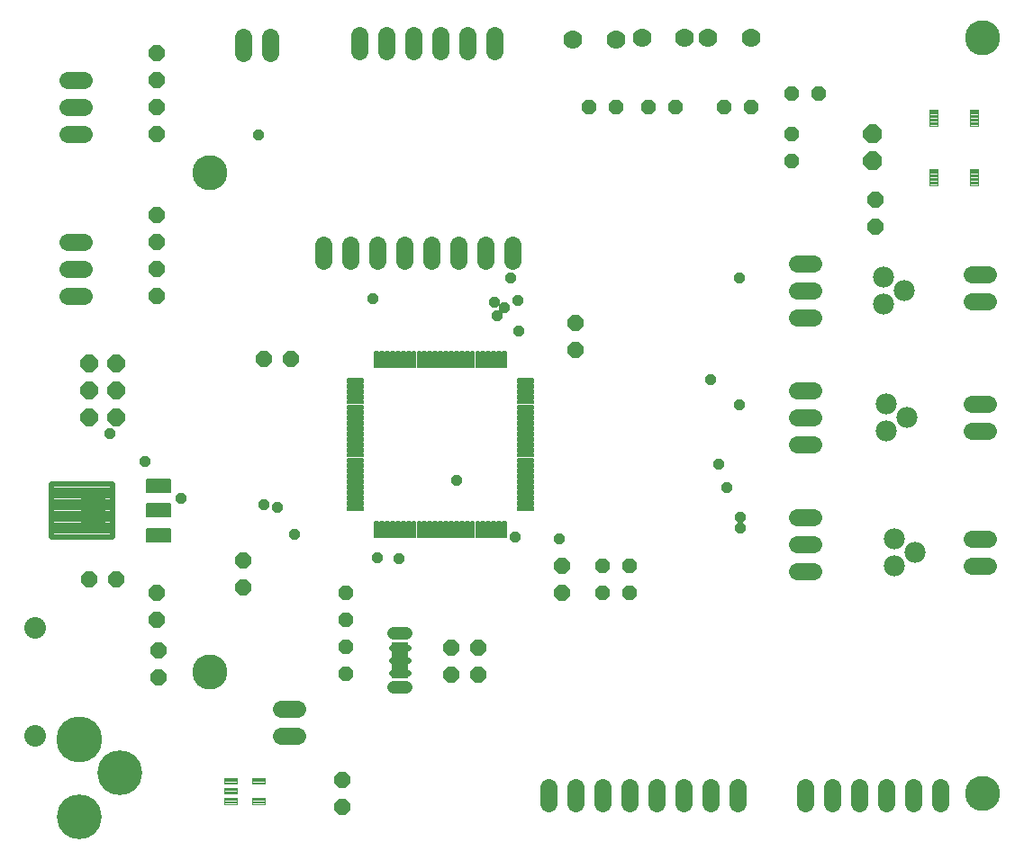
<source format=gts>
G75*
%MOIN*%
%OFA0B0*%
%FSLAX25Y25*%
%IPPOS*%
%LPD*%
%AMOC8*
5,1,8,0,0,1.08239X$1,22.5*
%
%ADD10C,0.12998*%
%ADD11C,0.06400*%
%ADD12OC8,0.06000*%
%ADD13C,0.08000*%
%ADD14C,0.00520*%
%ADD15C,0.00906*%
%ADD16C,0.02166*%
%ADD17C,0.00434*%
%ADD18C,0.00516*%
%ADD19C,0.00462*%
%ADD20OC8,0.07000*%
%ADD21OC8,0.06400*%
%ADD22C,0.04800*%
%ADD23C,0.07800*%
%ADD24OC8,0.05600*%
%ADD25C,0.07000*%
%ADD26C,0.00442*%
%ADD27C,0.02172*%
%ADD28R,0.06040X0.13760*%
%ADD29C,0.16998*%
%ADD30C,0.16600*%
%ADD31OC8,0.03778*%
D10*
X0083112Y0084503D03*
X0083112Y0269503D03*
X0369112Y0319503D03*
X0369112Y0039503D03*
D11*
X0353612Y0042003D02*
X0353612Y0036003D01*
X0343612Y0036003D02*
X0343612Y0042003D01*
X0333612Y0042003D02*
X0333612Y0036003D01*
X0323612Y0036003D02*
X0323612Y0042003D01*
X0313612Y0042003D02*
X0313612Y0036003D01*
X0303612Y0036003D02*
X0303612Y0042003D01*
X0278612Y0042003D02*
X0278612Y0036003D01*
X0268612Y0036003D02*
X0268612Y0042003D01*
X0258612Y0042003D02*
X0258612Y0036003D01*
X0248612Y0036003D02*
X0248612Y0042003D01*
X0238612Y0042003D02*
X0238612Y0036003D01*
X0228612Y0036003D02*
X0228612Y0042003D01*
X0218612Y0042003D02*
X0218612Y0036003D01*
X0208612Y0036003D02*
X0208612Y0042003D01*
X0115612Y0061003D02*
X0109612Y0061003D01*
X0109612Y0071003D02*
X0115612Y0071003D01*
X0036612Y0224003D02*
X0030612Y0224003D01*
X0030612Y0234003D02*
X0036612Y0234003D01*
X0036612Y0244003D02*
X0030612Y0244003D01*
X0030612Y0284003D02*
X0036612Y0284003D01*
X0036612Y0294003D02*
X0030612Y0294003D01*
X0030612Y0304003D02*
X0036612Y0304003D01*
X0095612Y0314003D02*
X0095612Y0320003D01*
X0105612Y0320003D02*
X0105612Y0314003D01*
X0138612Y0314503D02*
X0138612Y0320503D01*
X0148612Y0320503D02*
X0148612Y0314503D01*
X0158612Y0314503D02*
X0158612Y0320503D01*
X0168612Y0320503D02*
X0168612Y0314503D01*
X0178612Y0314503D02*
X0178612Y0320503D01*
X0188612Y0320503D02*
X0188612Y0314503D01*
X0185112Y0243003D02*
X0185112Y0237003D01*
X0195112Y0237003D02*
X0195112Y0243003D01*
X0175112Y0243003D02*
X0175112Y0237003D01*
X0165112Y0237003D02*
X0165112Y0243003D01*
X0155112Y0243003D02*
X0155112Y0237003D01*
X0145112Y0237003D02*
X0145112Y0243003D01*
X0135112Y0243003D02*
X0135112Y0237003D01*
X0125112Y0237003D02*
X0125112Y0243003D01*
X0300612Y0236003D02*
X0306612Y0236003D01*
X0306612Y0226003D02*
X0300612Y0226003D01*
X0300612Y0216003D02*
X0306612Y0216003D01*
X0306612Y0189003D02*
X0300612Y0189003D01*
X0300612Y0179003D02*
X0306612Y0179003D01*
X0306612Y0169003D02*
X0300612Y0169003D01*
X0300612Y0142003D02*
X0306612Y0142003D01*
X0306612Y0132003D02*
X0300612Y0132003D01*
X0300612Y0122003D02*
X0306612Y0122003D01*
X0365112Y0124003D02*
X0371112Y0124003D01*
X0371112Y0134003D02*
X0365112Y0134003D01*
X0365112Y0174003D02*
X0371112Y0174003D01*
X0371112Y0184003D02*
X0365112Y0184003D01*
X0365112Y0222003D02*
X0371112Y0222003D01*
X0371112Y0232003D02*
X0365112Y0232003D01*
D12*
X0329612Y0249503D03*
X0329612Y0259503D03*
X0218612Y0214003D03*
X0218612Y0204003D03*
X0213612Y0124003D03*
X0213612Y0114003D03*
X0182612Y0093503D03*
X0172612Y0093503D03*
X0172612Y0083503D03*
X0182612Y0083503D03*
X0132112Y0044503D03*
X0132112Y0034503D03*
X0064112Y0082503D03*
X0064112Y0092503D03*
X0063612Y0104003D03*
X0063612Y0114003D03*
X0048612Y0119003D03*
X0038612Y0119003D03*
X0095612Y0116003D03*
X0095612Y0126003D03*
X0103112Y0200503D03*
X0113112Y0200503D03*
X0063612Y0224003D03*
X0063612Y0234003D03*
X0063612Y0244003D03*
X0063612Y0254003D03*
X0063612Y0284003D03*
X0063612Y0294003D03*
X0063612Y0304003D03*
X0063612Y0314003D03*
D13*
X0018612Y0101003D03*
X0018612Y0061003D03*
D14*
X0068652Y0133063D02*
X0068652Y0137743D01*
X0068652Y0133063D02*
X0059972Y0133063D01*
X0059972Y0137743D01*
X0068652Y0137743D01*
X0068652Y0133582D02*
X0059972Y0133582D01*
X0059972Y0134101D02*
X0068652Y0134101D01*
X0068652Y0134620D02*
X0059972Y0134620D01*
X0059972Y0135139D02*
X0068652Y0135139D01*
X0068652Y0135658D02*
X0059972Y0135658D01*
X0059972Y0136177D02*
X0068652Y0136177D01*
X0068652Y0136696D02*
X0059972Y0136696D01*
X0059972Y0137215D02*
X0068652Y0137215D01*
X0068652Y0137734D02*
X0059972Y0137734D01*
X0068652Y0142163D02*
X0068652Y0146843D01*
X0068652Y0142163D02*
X0059972Y0142163D01*
X0059972Y0146843D01*
X0068652Y0146843D01*
X0068652Y0142682D02*
X0059972Y0142682D01*
X0059972Y0143201D02*
X0068652Y0143201D01*
X0068652Y0143720D02*
X0059972Y0143720D01*
X0059972Y0144239D02*
X0068652Y0144239D01*
X0068652Y0144758D02*
X0059972Y0144758D01*
X0059972Y0145277D02*
X0068652Y0145277D01*
X0068652Y0145796D02*
X0059972Y0145796D01*
X0059972Y0146315D02*
X0068652Y0146315D01*
X0068652Y0146834D02*
X0059972Y0146834D01*
X0068652Y0151263D02*
X0068652Y0155943D01*
X0068652Y0151263D02*
X0059972Y0151263D01*
X0059972Y0155943D01*
X0068652Y0155943D01*
X0068652Y0151782D02*
X0059972Y0151782D01*
X0059972Y0152301D02*
X0068652Y0152301D01*
X0068652Y0152820D02*
X0059972Y0152820D01*
X0059972Y0153339D02*
X0068652Y0153339D01*
X0068652Y0153858D02*
X0059972Y0153858D01*
X0059972Y0154377D02*
X0068652Y0154377D01*
X0068652Y0154896D02*
X0059972Y0154896D01*
X0059972Y0155415D02*
X0068652Y0155415D01*
X0068652Y0155934D02*
X0059972Y0155934D01*
D15*
X0043988Y0151336D02*
X0043988Y0137670D01*
X0035834Y0137670D01*
X0035834Y0151336D01*
X0043988Y0151336D01*
X0043988Y0138575D02*
X0035834Y0138575D01*
X0035834Y0139480D02*
X0043988Y0139480D01*
X0043988Y0140385D02*
X0035834Y0140385D01*
X0035834Y0141290D02*
X0043988Y0141290D01*
X0043988Y0142195D02*
X0035834Y0142195D01*
X0035834Y0143100D02*
X0043988Y0143100D01*
X0043988Y0144005D02*
X0035834Y0144005D01*
X0035834Y0144910D02*
X0043988Y0144910D01*
X0043988Y0145815D02*
X0035834Y0145815D01*
X0035834Y0146720D02*
X0043988Y0146720D01*
X0043988Y0147625D02*
X0035834Y0147625D01*
X0035834Y0148530D02*
X0043988Y0148530D01*
X0043988Y0149435D02*
X0035834Y0149435D01*
X0035834Y0150340D02*
X0043988Y0150340D01*
X0043988Y0151245D02*
X0035834Y0151245D01*
D16*
X0047090Y0154250D02*
X0047090Y0134756D01*
X0024448Y0134756D01*
X0024448Y0154250D01*
X0047090Y0154250D01*
X0047090Y0136921D02*
X0024448Y0136921D01*
X0024448Y0139086D02*
X0047090Y0139086D01*
X0047090Y0141251D02*
X0024448Y0141251D01*
X0024448Y0143416D02*
X0047090Y0143416D01*
X0047090Y0145581D02*
X0024448Y0145581D01*
X0024448Y0147746D02*
X0047090Y0147746D01*
X0047090Y0149911D02*
X0024448Y0149911D01*
X0024448Y0152076D02*
X0047090Y0152076D01*
X0047090Y0154241D02*
X0024448Y0154241D01*
D17*
X0067642Y0155430D02*
X0067642Y0151528D01*
X0061378Y0151528D01*
X0061378Y0155430D01*
X0067642Y0155430D01*
X0067642Y0151961D02*
X0061378Y0151961D01*
X0061378Y0152394D02*
X0067642Y0152394D01*
X0067642Y0152827D02*
X0061378Y0152827D01*
X0061378Y0153260D02*
X0067642Y0153260D01*
X0067642Y0153693D02*
X0061378Y0153693D01*
X0061378Y0154126D02*
X0067642Y0154126D01*
X0067642Y0154559D02*
X0061378Y0154559D01*
X0061378Y0154992D02*
X0067642Y0154992D01*
X0067642Y0155425D02*
X0061378Y0155425D01*
X0067642Y0137478D02*
X0067642Y0133576D01*
X0061378Y0133576D01*
X0061378Y0137478D01*
X0067642Y0137478D01*
X0067642Y0134009D02*
X0061378Y0134009D01*
X0061378Y0134442D02*
X0067642Y0134442D01*
X0067642Y0134875D02*
X0061378Y0134875D01*
X0061378Y0135308D02*
X0067642Y0135308D01*
X0067642Y0135741D02*
X0061378Y0135741D01*
X0061378Y0136174D02*
X0067642Y0136174D01*
X0067642Y0136607D02*
X0061378Y0136607D01*
X0061378Y0137040D02*
X0067642Y0137040D01*
X0067642Y0137473D02*
X0061378Y0137473D01*
D18*
X0134221Y0144750D02*
X0140011Y0144750D01*
X0134221Y0144750D02*
X0134221Y0146012D01*
X0140011Y0146012D01*
X0140011Y0144750D01*
X0140011Y0145265D02*
X0134221Y0145265D01*
X0134221Y0145780D02*
X0140011Y0145780D01*
X0140011Y0146719D02*
X0134221Y0146719D01*
X0134221Y0147981D01*
X0140011Y0147981D01*
X0140011Y0146719D01*
X0140011Y0147234D02*
X0134221Y0147234D01*
X0134221Y0147749D02*
X0140011Y0147749D01*
X0140011Y0148687D02*
X0134221Y0148687D01*
X0134221Y0149949D01*
X0140011Y0149949D01*
X0140011Y0148687D01*
X0140011Y0149202D02*
X0134221Y0149202D01*
X0134221Y0149717D02*
X0140011Y0149717D01*
X0140011Y0150656D02*
X0134221Y0150656D01*
X0134221Y0151918D01*
X0140011Y0151918D01*
X0140011Y0150656D01*
X0140011Y0151171D02*
X0134221Y0151171D01*
X0134221Y0151686D02*
X0140011Y0151686D01*
X0140011Y0152624D02*
X0134221Y0152624D01*
X0134221Y0153886D01*
X0140011Y0153886D01*
X0140011Y0152624D01*
X0140011Y0153139D02*
X0134221Y0153139D01*
X0134221Y0153654D02*
X0140011Y0153654D01*
X0140011Y0154593D02*
X0134221Y0154593D01*
X0134221Y0155855D01*
X0140011Y0155855D01*
X0140011Y0154593D01*
X0140011Y0155108D02*
X0134221Y0155108D01*
X0134221Y0155623D02*
X0140011Y0155623D01*
X0140011Y0156561D02*
X0134221Y0156561D01*
X0134221Y0157823D01*
X0140011Y0157823D01*
X0140011Y0156561D01*
X0140011Y0157076D02*
X0134221Y0157076D01*
X0134221Y0157591D02*
X0140011Y0157591D01*
X0140011Y0158530D02*
X0134221Y0158530D01*
X0134221Y0159792D01*
X0140011Y0159792D01*
X0140011Y0158530D01*
X0140011Y0159045D02*
X0134221Y0159045D01*
X0134221Y0159560D02*
X0140011Y0159560D01*
X0140011Y0160498D02*
X0134221Y0160498D01*
X0134221Y0161760D01*
X0140011Y0161760D01*
X0140011Y0160498D01*
X0140011Y0161013D02*
X0134221Y0161013D01*
X0134221Y0161528D02*
X0140011Y0161528D01*
X0140011Y0162467D02*
X0134221Y0162467D01*
X0134221Y0163729D01*
X0140011Y0163729D01*
X0140011Y0162467D01*
X0140011Y0162982D02*
X0134221Y0162982D01*
X0134221Y0163497D02*
X0140011Y0163497D01*
X0140011Y0164435D02*
X0134221Y0164435D01*
X0134221Y0165697D01*
X0140011Y0165697D01*
X0140011Y0164435D01*
X0140011Y0164950D02*
X0134221Y0164950D01*
X0134221Y0165465D02*
X0140011Y0165465D01*
X0140011Y0166404D02*
X0134221Y0166404D01*
X0134221Y0167666D01*
X0140011Y0167666D01*
X0140011Y0166404D01*
X0140011Y0166919D02*
X0134221Y0166919D01*
X0134221Y0167434D02*
X0140011Y0167434D01*
X0140011Y0168372D02*
X0134221Y0168372D01*
X0134221Y0169634D01*
X0140011Y0169634D01*
X0140011Y0168372D01*
X0140011Y0168887D02*
X0134221Y0168887D01*
X0134221Y0169402D02*
X0140011Y0169402D01*
X0140011Y0170341D02*
X0134221Y0170341D01*
X0134221Y0171603D01*
X0140011Y0171603D01*
X0140011Y0170341D01*
X0140011Y0170856D02*
X0134221Y0170856D01*
X0134221Y0171371D02*
X0140011Y0171371D01*
X0140011Y0172309D02*
X0134221Y0172309D01*
X0134221Y0173571D01*
X0140011Y0173571D01*
X0140011Y0172309D01*
X0140011Y0172824D02*
X0134221Y0172824D01*
X0134221Y0173339D02*
X0140011Y0173339D01*
X0140011Y0174278D02*
X0134221Y0174278D01*
X0134221Y0175540D01*
X0140011Y0175540D01*
X0140011Y0174278D01*
X0140011Y0174793D02*
X0134221Y0174793D01*
X0134221Y0175308D02*
X0140011Y0175308D01*
X0140011Y0176246D02*
X0134221Y0176246D01*
X0134221Y0177508D01*
X0140011Y0177508D01*
X0140011Y0176246D01*
X0140011Y0176761D02*
X0134221Y0176761D01*
X0134221Y0177276D02*
X0140011Y0177276D01*
X0140011Y0178215D02*
X0134221Y0178215D01*
X0134221Y0179477D01*
X0140011Y0179477D01*
X0140011Y0178215D01*
X0140011Y0178730D02*
X0134221Y0178730D01*
X0134221Y0179245D02*
X0140011Y0179245D01*
X0140011Y0180183D02*
X0134221Y0180183D01*
X0134221Y0181445D01*
X0140011Y0181445D01*
X0140011Y0180183D01*
X0140011Y0180698D02*
X0134221Y0180698D01*
X0134221Y0181213D02*
X0140011Y0181213D01*
X0140011Y0182152D02*
X0134221Y0182152D01*
X0134221Y0183414D01*
X0140011Y0183414D01*
X0140011Y0182152D01*
X0140011Y0182667D02*
X0134221Y0182667D01*
X0134221Y0183182D02*
X0140011Y0183182D01*
X0140011Y0184120D02*
X0134221Y0184120D01*
X0134221Y0185382D01*
X0140011Y0185382D01*
X0140011Y0184120D01*
X0140011Y0184635D02*
X0134221Y0184635D01*
X0134221Y0185150D02*
X0140011Y0185150D01*
X0140011Y0186089D02*
X0134221Y0186089D01*
X0134221Y0187351D01*
X0140011Y0187351D01*
X0140011Y0186089D01*
X0140011Y0186604D02*
X0134221Y0186604D01*
X0134221Y0187119D02*
X0140011Y0187119D01*
X0140011Y0188057D02*
X0134221Y0188057D01*
X0134221Y0189319D01*
X0140011Y0189319D01*
X0140011Y0188057D01*
X0140011Y0188572D02*
X0134221Y0188572D01*
X0134221Y0189087D02*
X0140011Y0189087D01*
X0140011Y0190026D02*
X0134221Y0190026D01*
X0134221Y0191288D01*
X0140011Y0191288D01*
X0140011Y0190026D01*
X0140011Y0190541D02*
X0134221Y0190541D01*
X0134221Y0191056D02*
X0140011Y0191056D01*
X0140011Y0191994D02*
X0134221Y0191994D01*
X0134221Y0193256D01*
X0140011Y0193256D01*
X0140011Y0191994D01*
X0140011Y0192509D02*
X0134221Y0192509D01*
X0134221Y0193024D02*
X0140011Y0193024D01*
X0144359Y0197604D02*
X0145621Y0197604D01*
X0144359Y0197604D02*
X0144359Y0203394D01*
X0145621Y0203394D01*
X0145621Y0197604D01*
X0145621Y0198119D02*
X0144359Y0198119D01*
X0144359Y0198634D02*
X0145621Y0198634D01*
X0145621Y0199149D02*
X0144359Y0199149D01*
X0144359Y0199664D02*
X0145621Y0199664D01*
X0145621Y0200179D02*
X0144359Y0200179D01*
X0144359Y0200694D02*
X0145621Y0200694D01*
X0145621Y0201209D02*
X0144359Y0201209D01*
X0144359Y0201724D02*
X0145621Y0201724D01*
X0145621Y0202239D02*
X0144359Y0202239D01*
X0144359Y0202754D02*
X0145621Y0202754D01*
X0145621Y0203269D02*
X0144359Y0203269D01*
X0146327Y0197604D02*
X0147589Y0197604D01*
X0146327Y0197604D02*
X0146327Y0203394D01*
X0147589Y0203394D01*
X0147589Y0197604D01*
X0147589Y0198119D02*
X0146327Y0198119D01*
X0146327Y0198634D02*
X0147589Y0198634D01*
X0147589Y0199149D02*
X0146327Y0199149D01*
X0146327Y0199664D02*
X0147589Y0199664D01*
X0147589Y0200179D02*
X0146327Y0200179D01*
X0146327Y0200694D02*
X0147589Y0200694D01*
X0147589Y0201209D02*
X0146327Y0201209D01*
X0146327Y0201724D02*
X0147589Y0201724D01*
X0147589Y0202239D02*
X0146327Y0202239D01*
X0146327Y0202754D02*
X0147589Y0202754D01*
X0147589Y0203269D02*
X0146327Y0203269D01*
X0148296Y0197604D02*
X0149558Y0197604D01*
X0148296Y0197604D02*
X0148296Y0203394D01*
X0149558Y0203394D01*
X0149558Y0197604D01*
X0149558Y0198119D02*
X0148296Y0198119D01*
X0148296Y0198634D02*
X0149558Y0198634D01*
X0149558Y0199149D02*
X0148296Y0199149D01*
X0148296Y0199664D02*
X0149558Y0199664D01*
X0149558Y0200179D02*
X0148296Y0200179D01*
X0148296Y0200694D02*
X0149558Y0200694D01*
X0149558Y0201209D02*
X0148296Y0201209D01*
X0148296Y0201724D02*
X0149558Y0201724D01*
X0149558Y0202239D02*
X0148296Y0202239D01*
X0148296Y0202754D02*
X0149558Y0202754D01*
X0149558Y0203269D02*
X0148296Y0203269D01*
X0150264Y0197604D02*
X0151526Y0197604D01*
X0150264Y0197604D02*
X0150264Y0203394D01*
X0151526Y0203394D01*
X0151526Y0197604D01*
X0151526Y0198119D02*
X0150264Y0198119D01*
X0150264Y0198634D02*
X0151526Y0198634D01*
X0151526Y0199149D02*
X0150264Y0199149D01*
X0150264Y0199664D02*
X0151526Y0199664D01*
X0151526Y0200179D02*
X0150264Y0200179D01*
X0150264Y0200694D02*
X0151526Y0200694D01*
X0151526Y0201209D02*
X0150264Y0201209D01*
X0150264Y0201724D02*
X0151526Y0201724D01*
X0151526Y0202239D02*
X0150264Y0202239D01*
X0150264Y0202754D02*
X0151526Y0202754D01*
X0151526Y0203269D02*
X0150264Y0203269D01*
X0152233Y0197604D02*
X0153495Y0197604D01*
X0152233Y0197604D02*
X0152233Y0203394D01*
X0153495Y0203394D01*
X0153495Y0197604D01*
X0153495Y0198119D02*
X0152233Y0198119D01*
X0152233Y0198634D02*
X0153495Y0198634D01*
X0153495Y0199149D02*
X0152233Y0199149D01*
X0152233Y0199664D02*
X0153495Y0199664D01*
X0153495Y0200179D02*
X0152233Y0200179D01*
X0152233Y0200694D02*
X0153495Y0200694D01*
X0153495Y0201209D02*
X0152233Y0201209D01*
X0152233Y0201724D02*
X0153495Y0201724D01*
X0153495Y0202239D02*
X0152233Y0202239D01*
X0152233Y0202754D02*
X0153495Y0202754D01*
X0153495Y0203269D02*
X0152233Y0203269D01*
X0154201Y0197604D02*
X0155463Y0197604D01*
X0154201Y0197604D02*
X0154201Y0203394D01*
X0155463Y0203394D01*
X0155463Y0197604D01*
X0155463Y0198119D02*
X0154201Y0198119D01*
X0154201Y0198634D02*
X0155463Y0198634D01*
X0155463Y0199149D02*
X0154201Y0199149D01*
X0154201Y0199664D02*
X0155463Y0199664D01*
X0155463Y0200179D02*
X0154201Y0200179D01*
X0154201Y0200694D02*
X0155463Y0200694D01*
X0155463Y0201209D02*
X0154201Y0201209D01*
X0154201Y0201724D02*
X0155463Y0201724D01*
X0155463Y0202239D02*
X0154201Y0202239D01*
X0154201Y0202754D02*
X0155463Y0202754D01*
X0155463Y0203269D02*
X0154201Y0203269D01*
X0156170Y0197604D02*
X0157432Y0197604D01*
X0156170Y0197604D02*
X0156170Y0203394D01*
X0157432Y0203394D01*
X0157432Y0197604D01*
X0157432Y0198119D02*
X0156170Y0198119D01*
X0156170Y0198634D02*
X0157432Y0198634D01*
X0157432Y0199149D02*
X0156170Y0199149D01*
X0156170Y0199664D02*
X0157432Y0199664D01*
X0157432Y0200179D02*
X0156170Y0200179D01*
X0156170Y0200694D02*
X0157432Y0200694D01*
X0157432Y0201209D02*
X0156170Y0201209D01*
X0156170Y0201724D02*
X0157432Y0201724D01*
X0157432Y0202239D02*
X0156170Y0202239D01*
X0156170Y0202754D02*
X0157432Y0202754D01*
X0157432Y0203269D02*
X0156170Y0203269D01*
X0158138Y0197604D02*
X0159400Y0197604D01*
X0158138Y0197604D02*
X0158138Y0203394D01*
X0159400Y0203394D01*
X0159400Y0197604D01*
X0159400Y0198119D02*
X0158138Y0198119D01*
X0158138Y0198634D02*
X0159400Y0198634D01*
X0159400Y0199149D02*
X0158138Y0199149D01*
X0158138Y0199664D02*
X0159400Y0199664D01*
X0159400Y0200179D02*
X0158138Y0200179D01*
X0158138Y0200694D02*
X0159400Y0200694D01*
X0159400Y0201209D02*
X0158138Y0201209D01*
X0158138Y0201724D02*
X0159400Y0201724D01*
X0159400Y0202239D02*
X0158138Y0202239D01*
X0158138Y0202754D02*
X0159400Y0202754D01*
X0159400Y0203269D02*
X0158138Y0203269D01*
X0160107Y0197604D02*
X0161369Y0197604D01*
X0160107Y0197604D02*
X0160107Y0203394D01*
X0161369Y0203394D01*
X0161369Y0197604D01*
X0161369Y0198119D02*
X0160107Y0198119D01*
X0160107Y0198634D02*
X0161369Y0198634D01*
X0161369Y0199149D02*
X0160107Y0199149D01*
X0160107Y0199664D02*
X0161369Y0199664D01*
X0161369Y0200179D02*
X0160107Y0200179D01*
X0160107Y0200694D02*
X0161369Y0200694D01*
X0161369Y0201209D02*
X0160107Y0201209D01*
X0160107Y0201724D02*
X0161369Y0201724D01*
X0161369Y0202239D02*
X0160107Y0202239D01*
X0160107Y0202754D02*
X0161369Y0202754D01*
X0161369Y0203269D02*
X0160107Y0203269D01*
X0162075Y0197604D02*
X0163337Y0197604D01*
X0162075Y0197604D02*
X0162075Y0203394D01*
X0163337Y0203394D01*
X0163337Y0197604D01*
X0163337Y0198119D02*
X0162075Y0198119D01*
X0162075Y0198634D02*
X0163337Y0198634D01*
X0163337Y0199149D02*
X0162075Y0199149D01*
X0162075Y0199664D02*
X0163337Y0199664D01*
X0163337Y0200179D02*
X0162075Y0200179D01*
X0162075Y0200694D02*
X0163337Y0200694D01*
X0163337Y0201209D02*
X0162075Y0201209D01*
X0162075Y0201724D02*
X0163337Y0201724D01*
X0163337Y0202239D02*
X0162075Y0202239D01*
X0162075Y0202754D02*
X0163337Y0202754D01*
X0163337Y0203269D02*
X0162075Y0203269D01*
X0164044Y0197604D02*
X0165306Y0197604D01*
X0164044Y0197604D02*
X0164044Y0203394D01*
X0165306Y0203394D01*
X0165306Y0197604D01*
X0165306Y0198119D02*
X0164044Y0198119D01*
X0164044Y0198634D02*
X0165306Y0198634D01*
X0165306Y0199149D02*
X0164044Y0199149D01*
X0164044Y0199664D02*
X0165306Y0199664D01*
X0165306Y0200179D02*
X0164044Y0200179D01*
X0164044Y0200694D02*
X0165306Y0200694D01*
X0165306Y0201209D02*
X0164044Y0201209D01*
X0164044Y0201724D02*
X0165306Y0201724D01*
X0165306Y0202239D02*
X0164044Y0202239D01*
X0164044Y0202754D02*
X0165306Y0202754D01*
X0165306Y0203269D02*
X0164044Y0203269D01*
X0166012Y0197604D02*
X0167274Y0197604D01*
X0166012Y0197604D02*
X0166012Y0203394D01*
X0167274Y0203394D01*
X0167274Y0197604D01*
X0167274Y0198119D02*
X0166012Y0198119D01*
X0166012Y0198634D02*
X0167274Y0198634D01*
X0167274Y0199149D02*
X0166012Y0199149D01*
X0166012Y0199664D02*
X0167274Y0199664D01*
X0167274Y0200179D02*
X0166012Y0200179D01*
X0166012Y0200694D02*
X0167274Y0200694D01*
X0167274Y0201209D02*
X0166012Y0201209D01*
X0166012Y0201724D02*
X0167274Y0201724D01*
X0167274Y0202239D02*
X0166012Y0202239D01*
X0166012Y0202754D02*
X0167274Y0202754D01*
X0167274Y0203269D02*
X0166012Y0203269D01*
X0167981Y0197604D02*
X0169243Y0197604D01*
X0167981Y0197604D02*
X0167981Y0203394D01*
X0169243Y0203394D01*
X0169243Y0197604D01*
X0169243Y0198119D02*
X0167981Y0198119D01*
X0167981Y0198634D02*
X0169243Y0198634D01*
X0169243Y0199149D02*
X0167981Y0199149D01*
X0167981Y0199664D02*
X0169243Y0199664D01*
X0169243Y0200179D02*
X0167981Y0200179D01*
X0167981Y0200694D02*
X0169243Y0200694D01*
X0169243Y0201209D02*
X0167981Y0201209D01*
X0167981Y0201724D02*
X0169243Y0201724D01*
X0169243Y0202239D02*
X0167981Y0202239D01*
X0167981Y0202754D02*
X0169243Y0202754D01*
X0169243Y0203269D02*
X0167981Y0203269D01*
X0169949Y0197604D02*
X0171211Y0197604D01*
X0169949Y0197604D02*
X0169949Y0203394D01*
X0171211Y0203394D01*
X0171211Y0197604D01*
X0171211Y0198119D02*
X0169949Y0198119D01*
X0169949Y0198634D02*
X0171211Y0198634D01*
X0171211Y0199149D02*
X0169949Y0199149D01*
X0169949Y0199664D02*
X0171211Y0199664D01*
X0171211Y0200179D02*
X0169949Y0200179D01*
X0169949Y0200694D02*
X0171211Y0200694D01*
X0171211Y0201209D02*
X0169949Y0201209D01*
X0169949Y0201724D02*
X0171211Y0201724D01*
X0171211Y0202239D02*
X0169949Y0202239D01*
X0169949Y0202754D02*
X0171211Y0202754D01*
X0171211Y0203269D02*
X0169949Y0203269D01*
X0171918Y0197604D02*
X0173180Y0197604D01*
X0171918Y0197604D02*
X0171918Y0203394D01*
X0173180Y0203394D01*
X0173180Y0197604D01*
X0173180Y0198119D02*
X0171918Y0198119D01*
X0171918Y0198634D02*
X0173180Y0198634D01*
X0173180Y0199149D02*
X0171918Y0199149D01*
X0171918Y0199664D02*
X0173180Y0199664D01*
X0173180Y0200179D02*
X0171918Y0200179D01*
X0171918Y0200694D02*
X0173180Y0200694D01*
X0173180Y0201209D02*
X0171918Y0201209D01*
X0171918Y0201724D02*
X0173180Y0201724D01*
X0173180Y0202239D02*
X0171918Y0202239D01*
X0171918Y0202754D02*
X0173180Y0202754D01*
X0173180Y0203269D02*
X0171918Y0203269D01*
X0173886Y0197604D02*
X0175148Y0197604D01*
X0173886Y0197604D02*
X0173886Y0203394D01*
X0175148Y0203394D01*
X0175148Y0197604D01*
X0175148Y0198119D02*
X0173886Y0198119D01*
X0173886Y0198634D02*
X0175148Y0198634D01*
X0175148Y0199149D02*
X0173886Y0199149D01*
X0173886Y0199664D02*
X0175148Y0199664D01*
X0175148Y0200179D02*
X0173886Y0200179D01*
X0173886Y0200694D02*
X0175148Y0200694D01*
X0175148Y0201209D02*
X0173886Y0201209D01*
X0173886Y0201724D02*
X0175148Y0201724D01*
X0175148Y0202239D02*
X0173886Y0202239D01*
X0173886Y0202754D02*
X0175148Y0202754D01*
X0175148Y0203269D02*
X0173886Y0203269D01*
X0175855Y0197604D02*
X0177117Y0197604D01*
X0175855Y0197604D02*
X0175855Y0203394D01*
X0177117Y0203394D01*
X0177117Y0197604D01*
X0177117Y0198119D02*
X0175855Y0198119D01*
X0175855Y0198634D02*
X0177117Y0198634D01*
X0177117Y0199149D02*
X0175855Y0199149D01*
X0175855Y0199664D02*
X0177117Y0199664D01*
X0177117Y0200179D02*
X0175855Y0200179D01*
X0175855Y0200694D02*
X0177117Y0200694D01*
X0177117Y0201209D02*
X0175855Y0201209D01*
X0175855Y0201724D02*
X0177117Y0201724D01*
X0177117Y0202239D02*
X0175855Y0202239D01*
X0175855Y0202754D02*
X0177117Y0202754D01*
X0177117Y0203269D02*
X0175855Y0203269D01*
X0177823Y0197604D02*
X0179085Y0197604D01*
X0177823Y0197604D02*
X0177823Y0203394D01*
X0179085Y0203394D01*
X0179085Y0197604D01*
X0179085Y0198119D02*
X0177823Y0198119D01*
X0177823Y0198634D02*
X0179085Y0198634D01*
X0179085Y0199149D02*
X0177823Y0199149D01*
X0177823Y0199664D02*
X0179085Y0199664D01*
X0179085Y0200179D02*
X0177823Y0200179D01*
X0177823Y0200694D02*
X0179085Y0200694D01*
X0179085Y0201209D02*
X0177823Y0201209D01*
X0177823Y0201724D02*
X0179085Y0201724D01*
X0179085Y0202239D02*
X0177823Y0202239D01*
X0177823Y0202754D02*
X0179085Y0202754D01*
X0179085Y0203269D02*
X0177823Y0203269D01*
X0179792Y0197604D02*
X0181054Y0197604D01*
X0179792Y0197604D02*
X0179792Y0203394D01*
X0181054Y0203394D01*
X0181054Y0197604D01*
X0181054Y0198119D02*
X0179792Y0198119D01*
X0179792Y0198634D02*
X0181054Y0198634D01*
X0181054Y0199149D02*
X0179792Y0199149D01*
X0179792Y0199664D02*
X0181054Y0199664D01*
X0181054Y0200179D02*
X0179792Y0200179D01*
X0179792Y0200694D02*
X0181054Y0200694D01*
X0181054Y0201209D02*
X0179792Y0201209D01*
X0179792Y0201724D02*
X0181054Y0201724D01*
X0181054Y0202239D02*
X0179792Y0202239D01*
X0179792Y0202754D02*
X0181054Y0202754D01*
X0181054Y0203269D02*
X0179792Y0203269D01*
X0181760Y0197604D02*
X0183022Y0197604D01*
X0181760Y0197604D02*
X0181760Y0203394D01*
X0183022Y0203394D01*
X0183022Y0197604D01*
X0183022Y0198119D02*
X0181760Y0198119D01*
X0181760Y0198634D02*
X0183022Y0198634D01*
X0183022Y0199149D02*
X0181760Y0199149D01*
X0181760Y0199664D02*
X0183022Y0199664D01*
X0183022Y0200179D02*
X0181760Y0200179D01*
X0181760Y0200694D02*
X0183022Y0200694D01*
X0183022Y0201209D02*
X0181760Y0201209D01*
X0181760Y0201724D02*
X0183022Y0201724D01*
X0183022Y0202239D02*
X0181760Y0202239D01*
X0181760Y0202754D02*
X0183022Y0202754D01*
X0183022Y0203269D02*
X0181760Y0203269D01*
X0183729Y0197604D02*
X0184991Y0197604D01*
X0183729Y0197604D02*
X0183729Y0203394D01*
X0184991Y0203394D01*
X0184991Y0197604D01*
X0184991Y0198119D02*
X0183729Y0198119D01*
X0183729Y0198634D02*
X0184991Y0198634D01*
X0184991Y0199149D02*
X0183729Y0199149D01*
X0183729Y0199664D02*
X0184991Y0199664D01*
X0184991Y0200179D02*
X0183729Y0200179D01*
X0183729Y0200694D02*
X0184991Y0200694D01*
X0184991Y0201209D02*
X0183729Y0201209D01*
X0183729Y0201724D02*
X0184991Y0201724D01*
X0184991Y0202239D02*
X0183729Y0202239D01*
X0183729Y0202754D02*
X0184991Y0202754D01*
X0184991Y0203269D02*
X0183729Y0203269D01*
X0185697Y0197604D02*
X0186959Y0197604D01*
X0185697Y0197604D02*
X0185697Y0203394D01*
X0186959Y0203394D01*
X0186959Y0197604D01*
X0186959Y0198119D02*
X0185697Y0198119D01*
X0185697Y0198634D02*
X0186959Y0198634D01*
X0186959Y0199149D02*
X0185697Y0199149D01*
X0185697Y0199664D02*
X0186959Y0199664D01*
X0186959Y0200179D02*
X0185697Y0200179D01*
X0185697Y0200694D02*
X0186959Y0200694D01*
X0186959Y0201209D02*
X0185697Y0201209D01*
X0185697Y0201724D02*
X0186959Y0201724D01*
X0186959Y0202239D02*
X0185697Y0202239D01*
X0185697Y0202754D02*
X0186959Y0202754D01*
X0186959Y0203269D02*
X0185697Y0203269D01*
X0187666Y0197604D02*
X0188928Y0197604D01*
X0187666Y0197604D02*
X0187666Y0203394D01*
X0188928Y0203394D01*
X0188928Y0197604D01*
X0188928Y0198119D02*
X0187666Y0198119D01*
X0187666Y0198634D02*
X0188928Y0198634D01*
X0188928Y0199149D02*
X0187666Y0199149D01*
X0187666Y0199664D02*
X0188928Y0199664D01*
X0188928Y0200179D02*
X0187666Y0200179D01*
X0187666Y0200694D02*
X0188928Y0200694D01*
X0188928Y0201209D02*
X0187666Y0201209D01*
X0187666Y0201724D02*
X0188928Y0201724D01*
X0188928Y0202239D02*
X0187666Y0202239D01*
X0187666Y0202754D02*
X0188928Y0202754D01*
X0188928Y0203269D02*
X0187666Y0203269D01*
X0189634Y0197604D02*
X0190896Y0197604D01*
X0189634Y0197604D02*
X0189634Y0203394D01*
X0190896Y0203394D01*
X0190896Y0197604D01*
X0190896Y0198119D02*
X0189634Y0198119D01*
X0189634Y0198634D02*
X0190896Y0198634D01*
X0190896Y0199149D02*
X0189634Y0199149D01*
X0189634Y0199664D02*
X0190896Y0199664D01*
X0190896Y0200179D02*
X0189634Y0200179D01*
X0189634Y0200694D02*
X0190896Y0200694D01*
X0190896Y0201209D02*
X0189634Y0201209D01*
X0189634Y0201724D02*
X0190896Y0201724D01*
X0190896Y0202239D02*
X0189634Y0202239D01*
X0189634Y0202754D02*
X0190896Y0202754D01*
X0190896Y0203269D02*
X0189634Y0203269D01*
X0191603Y0197604D02*
X0192865Y0197604D01*
X0191603Y0197604D02*
X0191603Y0203394D01*
X0192865Y0203394D01*
X0192865Y0197604D01*
X0192865Y0198119D02*
X0191603Y0198119D01*
X0191603Y0198634D02*
X0192865Y0198634D01*
X0192865Y0199149D02*
X0191603Y0199149D01*
X0191603Y0199664D02*
X0192865Y0199664D01*
X0192865Y0200179D02*
X0191603Y0200179D01*
X0191603Y0200694D02*
X0192865Y0200694D01*
X0192865Y0201209D02*
X0191603Y0201209D01*
X0191603Y0201724D02*
X0192865Y0201724D01*
X0192865Y0202239D02*
X0191603Y0202239D01*
X0191603Y0202754D02*
X0192865Y0202754D01*
X0192865Y0203269D02*
X0191603Y0203269D01*
X0197213Y0191994D02*
X0203003Y0191994D01*
X0197213Y0191994D02*
X0197213Y0193256D01*
X0203003Y0193256D01*
X0203003Y0191994D01*
X0203003Y0192509D02*
X0197213Y0192509D01*
X0197213Y0193024D02*
X0203003Y0193024D01*
X0203003Y0190026D02*
X0197213Y0190026D01*
X0197213Y0191288D01*
X0203003Y0191288D01*
X0203003Y0190026D01*
X0203003Y0190541D02*
X0197213Y0190541D01*
X0197213Y0191056D02*
X0203003Y0191056D01*
X0203003Y0188057D02*
X0197213Y0188057D01*
X0197213Y0189319D01*
X0203003Y0189319D01*
X0203003Y0188057D01*
X0203003Y0188572D02*
X0197213Y0188572D01*
X0197213Y0189087D02*
X0203003Y0189087D01*
X0203003Y0186089D02*
X0197213Y0186089D01*
X0197213Y0187351D01*
X0203003Y0187351D01*
X0203003Y0186089D01*
X0203003Y0186604D02*
X0197213Y0186604D01*
X0197213Y0187119D02*
X0203003Y0187119D01*
X0203003Y0184120D02*
X0197213Y0184120D01*
X0197213Y0185382D01*
X0203003Y0185382D01*
X0203003Y0184120D01*
X0203003Y0184635D02*
X0197213Y0184635D01*
X0197213Y0185150D02*
X0203003Y0185150D01*
X0203003Y0182152D02*
X0197213Y0182152D01*
X0197213Y0183414D01*
X0203003Y0183414D01*
X0203003Y0182152D01*
X0203003Y0182667D02*
X0197213Y0182667D01*
X0197213Y0183182D02*
X0203003Y0183182D01*
X0203003Y0180183D02*
X0197213Y0180183D01*
X0197213Y0181445D01*
X0203003Y0181445D01*
X0203003Y0180183D01*
X0203003Y0180698D02*
X0197213Y0180698D01*
X0197213Y0181213D02*
X0203003Y0181213D01*
X0203003Y0178215D02*
X0197213Y0178215D01*
X0197213Y0179477D01*
X0203003Y0179477D01*
X0203003Y0178215D01*
X0203003Y0178730D02*
X0197213Y0178730D01*
X0197213Y0179245D02*
X0203003Y0179245D01*
X0203003Y0176246D02*
X0197213Y0176246D01*
X0197213Y0177508D01*
X0203003Y0177508D01*
X0203003Y0176246D01*
X0203003Y0176761D02*
X0197213Y0176761D01*
X0197213Y0177276D02*
X0203003Y0177276D01*
X0203003Y0174278D02*
X0197213Y0174278D01*
X0197213Y0175540D01*
X0203003Y0175540D01*
X0203003Y0174278D01*
X0203003Y0174793D02*
X0197213Y0174793D01*
X0197213Y0175308D02*
X0203003Y0175308D01*
X0203003Y0172309D02*
X0197213Y0172309D01*
X0197213Y0173571D01*
X0203003Y0173571D01*
X0203003Y0172309D01*
X0203003Y0172824D02*
X0197213Y0172824D01*
X0197213Y0173339D02*
X0203003Y0173339D01*
X0203003Y0170341D02*
X0197213Y0170341D01*
X0197213Y0171603D01*
X0203003Y0171603D01*
X0203003Y0170341D01*
X0203003Y0170856D02*
X0197213Y0170856D01*
X0197213Y0171371D02*
X0203003Y0171371D01*
X0203003Y0168372D02*
X0197213Y0168372D01*
X0197213Y0169634D01*
X0203003Y0169634D01*
X0203003Y0168372D01*
X0203003Y0168887D02*
X0197213Y0168887D01*
X0197213Y0169402D02*
X0203003Y0169402D01*
X0203003Y0166404D02*
X0197213Y0166404D01*
X0197213Y0167666D01*
X0203003Y0167666D01*
X0203003Y0166404D01*
X0203003Y0166919D02*
X0197213Y0166919D01*
X0197213Y0167434D02*
X0203003Y0167434D01*
X0203003Y0164435D02*
X0197213Y0164435D01*
X0197213Y0165697D01*
X0203003Y0165697D01*
X0203003Y0164435D01*
X0203003Y0164950D02*
X0197213Y0164950D01*
X0197213Y0165465D02*
X0203003Y0165465D01*
X0203003Y0162467D02*
X0197213Y0162467D01*
X0197213Y0163729D01*
X0203003Y0163729D01*
X0203003Y0162467D01*
X0203003Y0162982D02*
X0197213Y0162982D01*
X0197213Y0163497D02*
X0203003Y0163497D01*
X0203003Y0160498D02*
X0197213Y0160498D01*
X0197213Y0161760D01*
X0203003Y0161760D01*
X0203003Y0160498D01*
X0203003Y0161013D02*
X0197213Y0161013D01*
X0197213Y0161528D02*
X0203003Y0161528D01*
X0203003Y0158530D02*
X0197213Y0158530D01*
X0197213Y0159792D01*
X0203003Y0159792D01*
X0203003Y0158530D01*
X0203003Y0159045D02*
X0197213Y0159045D01*
X0197213Y0159560D02*
X0203003Y0159560D01*
X0203003Y0156561D02*
X0197213Y0156561D01*
X0197213Y0157823D01*
X0203003Y0157823D01*
X0203003Y0156561D01*
X0203003Y0157076D02*
X0197213Y0157076D01*
X0197213Y0157591D02*
X0203003Y0157591D01*
X0203003Y0154593D02*
X0197213Y0154593D01*
X0197213Y0155855D01*
X0203003Y0155855D01*
X0203003Y0154593D01*
X0203003Y0155108D02*
X0197213Y0155108D01*
X0197213Y0155623D02*
X0203003Y0155623D01*
X0203003Y0152624D02*
X0197213Y0152624D01*
X0197213Y0153886D01*
X0203003Y0153886D01*
X0203003Y0152624D01*
X0203003Y0153139D02*
X0197213Y0153139D01*
X0197213Y0153654D02*
X0203003Y0153654D01*
X0203003Y0150656D02*
X0197213Y0150656D01*
X0197213Y0151918D01*
X0203003Y0151918D01*
X0203003Y0150656D01*
X0203003Y0151171D02*
X0197213Y0151171D01*
X0197213Y0151686D02*
X0203003Y0151686D01*
X0203003Y0148687D02*
X0197213Y0148687D01*
X0197213Y0149949D01*
X0203003Y0149949D01*
X0203003Y0148687D01*
X0203003Y0149202D02*
X0197213Y0149202D01*
X0197213Y0149717D02*
X0203003Y0149717D01*
X0203003Y0146719D02*
X0197213Y0146719D01*
X0197213Y0147981D01*
X0203003Y0147981D01*
X0203003Y0146719D01*
X0203003Y0147234D02*
X0197213Y0147234D01*
X0197213Y0147749D02*
X0203003Y0147749D01*
X0203003Y0144750D02*
X0197213Y0144750D01*
X0197213Y0146012D01*
X0203003Y0146012D01*
X0203003Y0144750D01*
X0203003Y0145265D02*
X0197213Y0145265D01*
X0197213Y0145780D02*
X0203003Y0145780D01*
X0192865Y0134612D02*
X0191603Y0134612D01*
X0191603Y0140402D01*
X0192865Y0140402D01*
X0192865Y0134612D01*
X0192865Y0135127D02*
X0191603Y0135127D01*
X0191603Y0135642D02*
X0192865Y0135642D01*
X0192865Y0136157D02*
X0191603Y0136157D01*
X0191603Y0136672D02*
X0192865Y0136672D01*
X0192865Y0137187D02*
X0191603Y0137187D01*
X0191603Y0137702D02*
X0192865Y0137702D01*
X0192865Y0138217D02*
X0191603Y0138217D01*
X0191603Y0138732D02*
X0192865Y0138732D01*
X0192865Y0139247D02*
X0191603Y0139247D01*
X0191603Y0139762D02*
X0192865Y0139762D01*
X0192865Y0140277D02*
X0191603Y0140277D01*
X0190896Y0134612D02*
X0189634Y0134612D01*
X0189634Y0140402D01*
X0190896Y0140402D01*
X0190896Y0134612D01*
X0190896Y0135127D02*
X0189634Y0135127D01*
X0189634Y0135642D02*
X0190896Y0135642D01*
X0190896Y0136157D02*
X0189634Y0136157D01*
X0189634Y0136672D02*
X0190896Y0136672D01*
X0190896Y0137187D02*
X0189634Y0137187D01*
X0189634Y0137702D02*
X0190896Y0137702D01*
X0190896Y0138217D02*
X0189634Y0138217D01*
X0189634Y0138732D02*
X0190896Y0138732D01*
X0190896Y0139247D02*
X0189634Y0139247D01*
X0189634Y0139762D02*
X0190896Y0139762D01*
X0190896Y0140277D02*
X0189634Y0140277D01*
X0188928Y0134612D02*
X0187666Y0134612D01*
X0187666Y0140402D01*
X0188928Y0140402D01*
X0188928Y0134612D01*
X0188928Y0135127D02*
X0187666Y0135127D01*
X0187666Y0135642D02*
X0188928Y0135642D01*
X0188928Y0136157D02*
X0187666Y0136157D01*
X0187666Y0136672D02*
X0188928Y0136672D01*
X0188928Y0137187D02*
X0187666Y0137187D01*
X0187666Y0137702D02*
X0188928Y0137702D01*
X0188928Y0138217D02*
X0187666Y0138217D01*
X0187666Y0138732D02*
X0188928Y0138732D01*
X0188928Y0139247D02*
X0187666Y0139247D01*
X0187666Y0139762D02*
X0188928Y0139762D01*
X0188928Y0140277D02*
X0187666Y0140277D01*
X0186959Y0134612D02*
X0185697Y0134612D01*
X0185697Y0140402D01*
X0186959Y0140402D01*
X0186959Y0134612D01*
X0186959Y0135127D02*
X0185697Y0135127D01*
X0185697Y0135642D02*
X0186959Y0135642D01*
X0186959Y0136157D02*
X0185697Y0136157D01*
X0185697Y0136672D02*
X0186959Y0136672D01*
X0186959Y0137187D02*
X0185697Y0137187D01*
X0185697Y0137702D02*
X0186959Y0137702D01*
X0186959Y0138217D02*
X0185697Y0138217D01*
X0185697Y0138732D02*
X0186959Y0138732D01*
X0186959Y0139247D02*
X0185697Y0139247D01*
X0185697Y0139762D02*
X0186959Y0139762D01*
X0186959Y0140277D02*
X0185697Y0140277D01*
X0184991Y0134612D02*
X0183729Y0134612D01*
X0183729Y0140402D01*
X0184991Y0140402D01*
X0184991Y0134612D01*
X0184991Y0135127D02*
X0183729Y0135127D01*
X0183729Y0135642D02*
X0184991Y0135642D01*
X0184991Y0136157D02*
X0183729Y0136157D01*
X0183729Y0136672D02*
X0184991Y0136672D01*
X0184991Y0137187D02*
X0183729Y0137187D01*
X0183729Y0137702D02*
X0184991Y0137702D01*
X0184991Y0138217D02*
X0183729Y0138217D01*
X0183729Y0138732D02*
X0184991Y0138732D01*
X0184991Y0139247D02*
X0183729Y0139247D01*
X0183729Y0139762D02*
X0184991Y0139762D01*
X0184991Y0140277D02*
X0183729Y0140277D01*
X0183022Y0134612D02*
X0181760Y0134612D01*
X0181760Y0140402D01*
X0183022Y0140402D01*
X0183022Y0134612D01*
X0183022Y0135127D02*
X0181760Y0135127D01*
X0181760Y0135642D02*
X0183022Y0135642D01*
X0183022Y0136157D02*
X0181760Y0136157D01*
X0181760Y0136672D02*
X0183022Y0136672D01*
X0183022Y0137187D02*
X0181760Y0137187D01*
X0181760Y0137702D02*
X0183022Y0137702D01*
X0183022Y0138217D02*
X0181760Y0138217D01*
X0181760Y0138732D02*
X0183022Y0138732D01*
X0183022Y0139247D02*
X0181760Y0139247D01*
X0181760Y0139762D02*
X0183022Y0139762D01*
X0183022Y0140277D02*
X0181760Y0140277D01*
X0181054Y0134612D02*
X0179792Y0134612D01*
X0179792Y0140402D01*
X0181054Y0140402D01*
X0181054Y0134612D01*
X0181054Y0135127D02*
X0179792Y0135127D01*
X0179792Y0135642D02*
X0181054Y0135642D01*
X0181054Y0136157D02*
X0179792Y0136157D01*
X0179792Y0136672D02*
X0181054Y0136672D01*
X0181054Y0137187D02*
X0179792Y0137187D01*
X0179792Y0137702D02*
X0181054Y0137702D01*
X0181054Y0138217D02*
X0179792Y0138217D01*
X0179792Y0138732D02*
X0181054Y0138732D01*
X0181054Y0139247D02*
X0179792Y0139247D01*
X0179792Y0139762D02*
X0181054Y0139762D01*
X0181054Y0140277D02*
X0179792Y0140277D01*
X0179085Y0134612D02*
X0177823Y0134612D01*
X0177823Y0140402D01*
X0179085Y0140402D01*
X0179085Y0134612D01*
X0179085Y0135127D02*
X0177823Y0135127D01*
X0177823Y0135642D02*
X0179085Y0135642D01*
X0179085Y0136157D02*
X0177823Y0136157D01*
X0177823Y0136672D02*
X0179085Y0136672D01*
X0179085Y0137187D02*
X0177823Y0137187D01*
X0177823Y0137702D02*
X0179085Y0137702D01*
X0179085Y0138217D02*
X0177823Y0138217D01*
X0177823Y0138732D02*
X0179085Y0138732D01*
X0179085Y0139247D02*
X0177823Y0139247D01*
X0177823Y0139762D02*
X0179085Y0139762D01*
X0179085Y0140277D02*
X0177823Y0140277D01*
X0177117Y0134612D02*
X0175855Y0134612D01*
X0175855Y0140402D01*
X0177117Y0140402D01*
X0177117Y0134612D01*
X0177117Y0135127D02*
X0175855Y0135127D01*
X0175855Y0135642D02*
X0177117Y0135642D01*
X0177117Y0136157D02*
X0175855Y0136157D01*
X0175855Y0136672D02*
X0177117Y0136672D01*
X0177117Y0137187D02*
X0175855Y0137187D01*
X0175855Y0137702D02*
X0177117Y0137702D01*
X0177117Y0138217D02*
X0175855Y0138217D01*
X0175855Y0138732D02*
X0177117Y0138732D01*
X0177117Y0139247D02*
X0175855Y0139247D01*
X0175855Y0139762D02*
X0177117Y0139762D01*
X0177117Y0140277D02*
X0175855Y0140277D01*
X0175148Y0134612D02*
X0173886Y0134612D01*
X0173886Y0140402D01*
X0175148Y0140402D01*
X0175148Y0134612D01*
X0175148Y0135127D02*
X0173886Y0135127D01*
X0173886Y0135642D02*
X0175148Y0135642D01*
X0175148Y0136157D02*
X0173886Y0136157D01*
X0173886Y0136672D02*
X0175148Y0136672D01*
X0175148Y0137187D02*
X0173886Y0137187D01*
X0173886Y0137702D02*
X0175148Y0137702D01*
X0175148Y0138217D02*
X0173886Y0138217D01*
X0173886Y0138732D02*
X0175148Y0138732D01*
X0175148Y0139247D02*
X0173886Y0139247D01*
X0173886Y0139762D02*
X0175148Y0139762D01*
X0175148Y0140277D02*
X0173886Y0140277D01*
X0173180Y0134612D02*
X0171918Y0134612D01*
X0171918Y0140402D01*
X0173180Y0140402D01*
X0173180Y0134612D01*
X0173180Y0135127D02*
X0171918Y0135127D01*
X0171918Y0135642D02*
X0173180Y0135642D01*
X0173180Y0136157D02*
X0171918Y0136157D01*
X0171918Y0136672D02*
X0173180Y0136672D01*
X0173180Y0137187D02*
X0171918Y0137187D01*
X0171918Y0137702D02*
X0173180Y0137702D01*
X0173180Y0138217D02*
X0171918Y0138217D01*
X0171918Y0138732D02*
X0173180Y0138732D01*
X0173180Y0139247D02*
X0171918Y0139247D01*
X0171918Y0139762D02*
X0173180Y0139762D01*
X0173180Y0140277D02*
X0171918Y0140277D01*
X0171211Y0134612D02*
X0169949Y0134612D01*
X0169949Y0140402D01*
X0171211Y0140402D01*
X0171211Y0134612D01*
X0171211Y0135127D02*
X0169949Y0135127D01*
X0169949Y0135642D02*
X0171211Y0135642D01*
X0171211Y0136157D02*
X0169949Y0136157D01*
X0169949Y0136672D02*
X0171211Y0136672D01*
X0171211Y0137187D02*
X0169949Y0137187D01*
X0169949Y0137702D02*
X0171211Y0137702D01*
X0171211Y0138217D02*
X0169949Y0138217D01*
X0169949Y0138732D02*
X0171211Y0138732D01*
X0171211Y0139247D02*
X0169949Y0139247D01*
X0169949Y0139762D02*
X0171211Y0139762D01*
X0171211Y0140277D02*
X0169949Y0140277D01*
X0169243Y0134612D02*
X0167981Y0134612D01*
X0167981Y0140402D01*
X0169243Y0140402D01*
X0169243Y0134612D01*
X0169243Y0135127D02*
X0167981Y0135127D01*
X0167981Y0135642D02*
X0169243Y0135642D01*
X0169243Y0136157D02*
X0167981Y0136157D01*
X0167981Y0136672D02*
X0169243Y0136672D01*
X0169243Y0137187D02*
X0167981Y0137187D01*
X0167981Y0137702D02*
X0169243Y0137702D01*
X0169243Y0138217D02*
X0167981Y0138217D01*
X0167981Y0138732D02*
X0169243Y0138732D01*
X0169243Y0139247D02*
X0167981Y0139247D01*
X0167981Y0139762D02*
X0169243Y0139762D01*
X0169243Y0140277D02*
X0167981Y0140277D01*
X0167274Y0134612D02*
X0166012Y0134612D01*
X0166012Y0140402D01*
X0167274Y0140402D01*
X0167274Y0134612D01*
X0167274Y0135127D02*
X0166012Y0135127D01*
X0166012Y0135642D02*
X0167274Y0135642D01*
X0167274Y0136157D02*
X0166012Y0136157D01*
X0166012Y0136672D02*
X0167274Y0136672D01*
X0167274Y0137187D02*
X0166012Y0137187D01*
X0166012Y0137702D02*
X0167274Y0137702D01*
X0167274Y0138217D02*
X0166012Y0138217D01*
X0166012Y0138732D02*
X0167274Y0138732D01*
X0167274Y0139247D02*
X0166012Y0139247D01*
X0166012Y0139762D02*
X0167274Y0139762D01*
X0167274Y0140277D02*
X0166012Y0140277D01*
X0165306Y0134612D02*
X0164044Y0134612D01*
X0164044Y0140402D01*
X0165306Y0140402D01*
X0165306Y0134612D01*
X0165306Y0135127D02*
X0164044Y0135127D01*
X0164044Y0135642D02*
X0165306Y0135642D01*
X0165306Y0136157D02*
X0164044Y0136157D01*
X0164044Y0136672D02*
X0165306Y0136672D01*
X0165306Y0137187D02*
X0164044Y0137187D01*
X0164044Y0137702D02*
X0165306Y0137702D01*
X0165306Y0138217D02*
X0164044Y0138217D01*
X0164044Y0138732D02*
X0165306Y0138732D01*
X0165306Y0139247D02*
X0164044Y0139247D01*
X0164044Y0139762D02*
X0165306Y0139762D01*
X0165306Y0140277D02*
X0164044Y0140277D01*
X0163337Y0134612D02*
X0162075Y0134612D01*
X0162075Y0140402D01*
X0163337Y0140402D01*
X0163337Y0134612D01*
X0163337Y0135127D02*
X0162075Y0135127D01*
X0162075Y0135642D02*
X0163337Y0135642D01*
X0163337Y0136157D02*
X0162075Y0136157D01*
X0162075Y0136672D02*
X0163337Y0136672D01*
X0163337Y0137187D02*
X0162075Y0137187D01*
X0162075Y0137702D02*
X0163337Y0137702D01*
X0163337Y0138217D02*
X0162075Y0138217D01*
X0162075Y0138732D02*
X0163337Y0138732D01*
X0163337Y0139247D02*
X0162075Y0139247D01*
X0162075Y0139762D02*
X0163337Y0139762D01*
X0163337Y0140277D02*
X0162075Y0140277D01*
X0161369Y0134612D02*
X0160107Y0134612D01*
X0160107Y0140402D01*
X0161369Y0140402D01*
X0161369Y0134612D01*
X0161369Y0135127D02*
X0160107Y0135127D01*
X0160107Y0135642D02*
X0161369Y0135642D01*
X0161369Y0136157D02*
X0160107Y0136157D01*
X0160107Y0136672D02*
X0161369Y0136672D01*
X0161369Y0137187D02*
X0160107Y0137187D01*
X0160107Y0137702D02*
X0161369Y0137702D01*
X0161369Y0138217D02*
X0160107Y0138217D01*
X0160107Y0138732D02*
X0161369Y0138732D01*
X0161369Y0139247D02*
X0160107Y0139247D01*
X0160107Y0139762D02*
X0161369Y0139762D01*
X0161369Y0140277D02*
X0160107Y0140277D01*
X0159400Y0134612D02*
X0158138Y0134612D01*
X0158138Y0140402D01*
X0159400Y0140402D01*
X0159400Y0134612D01*
X0159400Y0135127D02*
X0158138Y0135127D01*
X0158138Y0135642D02*
X0159400Y0135642D01*
X0159400Y0136157D02*
X0158138Y0136157D01*
X0158138Y0136672D02*
X0159400Y0136672D01*
X0159400Y0137187D02*
X0158138Y0137187D01*
X0158138Y0137702D02*
X0159400Y0137702D01*
X0159400Y0138217D02*
X0158138Y0138217D01*
X0158138Y0138732D02*
X0159400Y0138732D01*
X0159400Y0139247D02*
X0158138Y0139247D01*
X0158138Y0139762D02*
X0159400Y0139762D01*
X0159400Y0140277D02*
X0158138Y0140277D01*
X0157432Y0134612D02*
X0156170Y0134612D01*
X0156170Y0140402D01*
X0157432Y0140402D01*
X0157432Y0134612D01*
X0157432Y0135127D02*
X0156170Y0135127D01*
X0156170Y0135642D02*
X0157432Y0135642D01*
X0157432Y0136157D02*
X0156170Y0136157D01*
X0156170Y0136672D02*
X0157432Y0136672D01*
X0157432Y0137187D02*
X0156170Y0137187D01*
X0156170Y0137702D02*
X0157432Y0137702D01*
X0157432Y0138217D02*
X0156170Y0138217D01*
X0156170Y0138732D02*
X0157432Y0138732D01*
X0157432Y0139247D02*
X0156170Y0139247D01*
X0156170Y0139762D02*
X0157432Y0139762D01*
X0157432Y0140277D02*
X0156170Y0140277D01*
X0155463Y0134612D02*
X0154201Y0134612D01*
X0154201Y0140402D01*
X0155463Y0140402D01*
X0155463Y0134612D01*
X0155463Y0135127D02*
X0154201Y0135127D01*
X0154201Y0135642D02*
X0155463Y0135642D01*
X0155463Y0136157D02*
X0154201Y0136157D01*
X0154201Y0136672D02*
X0155463Y0136672D01*
X0155463Y0137187D02*
X0154201Y0137187D01*
X0154201Y0137702D02*
X0155463Y0137702D01*
X0155463Y0138217D02*
X0154201Y0138217D01*
X0154201Y0138732D02*
X0155463Y0138732D01*
X0155463Y0139247D02*
X0154201Y0139247D01*
X0154201Y0139762D02*
X0155463Y0139762D01*
X0155463Y0140277D02*
X0154201Y0140277D01*
X0153495Y0134612D02*
X0152233Y0134612D01*
X0152233Y0140402D01*
X0153495Y0140402D01*
X0153495Y0134612D01*
X0153495Y0135127D02*
X0152233Y0135127D01*
X0152233Y0135642D02*
X0153495Y0135642D01*
X0153495Y0136157D02*
X0152233Y0136157D01*
X0152233Y0136672D02*
X0153495Y0136672D01*
X0153495Y0137187D02*
X0152233Y0137187D01*
X0152233Y0137702D02*
X0153495Y0137702D01*
X0153495Y0138217D02*
X0152233Y0138217D01*
X0152233Y0138732D02*
X0153495Y0138732D01*
X0153495Y0139247D02*
X0152233Y0139247D01*
X0152233Y0139762D02*
X0153495Y0139762D01*
X0153495Y0140277D02*
X0152233Y0140277D01*
X0151526Y0134612D02*
X0150264Y0134612D01*
X0150264Y0140402D01*
X0151526Y0140402D01*
X0151526Y0134612D01*
X0151526Y0135127D02*
X0150264Y0135127D01*
X0150264Y0135642D02*
X0151526Y0135642D01*
X0151526Y0136157D02*
X0150264Y0136157D01*
X0150264Y0136672D02*
X0151526Y0136672D01*
X0151526Y0137187D02*
X0150264Y0137187D01*
X0150264Y0137702D02*
X0151526Y0137702D01*
X0151526Y0138217D02*
X0150264Y0138217D01*
X0150264Y0138732D02*
X0151526Y0138732D01*
X0151526Y0139247D02*
X0150264Y0139247D01*
X0150264Y0139762D02*
X0151526Y0139762D01*
X0151526Y0140277D02*
X0150264Y0140277D01*
X0149558Y0134612D02*
X0148296Y0134612D01*
X0148296Y0140402D01*
X0149558Y0140402D01*
X0149558Y0134612D01*
X0149558Y0135127D02*
X0148296Y0135127D01*
X0148296Y0135642D02*
X0149558Y0135642D01*
X0149558Y0136157D02*
X0148296Y0136157D01*
X0148296Y0136672D02*
X0149558Y0136672D01*
X0149558Y0137187D02*
X0148296Y0137187D01*
X0148296Y0137702D02*
X0149558Y0137702D01*
X0149558Y0138217D02*
X0148296Y0138217D01*
X0148296Y0138732D02*
X0149558Y0138732D01*
X0149558Y0139247D02*
X0148296Y0139247D01*
X0148296Y0139762D02*
X0149558Y0139762D01*
X0149558Y0140277D02*
X0148296Y0140277D01*
X0147589Y0134612D02*
X0146327Y0134612D01*
X0146327Y0140402D01*
X0147589Y0140402D01*
X0147589Y0134612D01*
X0147589Y0135127D02*
X0146327Y0135127D01*
X0146327Y0135642D02*
X0147589Y0135642D01*
X0147589Y0136157D02*
X0146327Y0136157D01*
X0146327Y0136672D02*
X0147589Y0136672D01*
X0147589Y0137187D02*
X0146327Y0137187D01*
X0146327Y0137702D02*
X0147589Y0137702D01*
X0147589Y0138217D02*
X0146327Y0138217D01*
X0146327Y0138732D02*
X0147589Y0138732D01*
X0147589Y0139247D02*
X0146327Y0139247D01*
X0146327Y0139762D02*
X0147589Y0139762D01*
X0147589Y0140277D02*
X0146327Y0140277D01*
X0145621Y0134612D02*
X0144359Y0134612D01*
X0144359Y0140402D01*
X0145621Y0140402D01*
X0145621Y0134612D01*
X0145621Y0135127D02*
X0144359Y0135127D01*
X0144359Y0135642D02*
X0145621Y0135642D01*
X0145621Y0136157D02*
X0144359Y0136157D01*
X0144359Y0136672D02*
X0145621Y0136672D01*
X0145621Y0137187D02*
X0144359Y0137187D01*
X0144359Y0137702D02*
X0145621Y0137702D01*
X0145621Y0138217D02*
X0144359Y0138217D01*
X0144359Y0138732D02*
X0145621Y0138732D01*
X0145621Y0139247D02*
X0144359Y0139247D01*
X0144359Y0139762D02*
X0145621Y0139762D01*
X0145621Y0140277D02*
X0144359Y0140277D01*
D19*
X0098899Y0045294D02*
X0098899Y0043192D01*
X0098899Y0045294D02*
X0103561Y0045294D01*
X0103561Y0043192D01*
X0098899Y0043192D01*
X0098899Y0043653D02*
X0103561Y0043653D01*
X0103561Y0044114D02*
X0098899Y0044114D01*
X0098899Y0044575D02*
X0103561Y0044575D01*
X0103561Y0045036D02*
X0098899Y0045036D01*
X0088663Y0045294D02*
X0088663Y0043192D01*
X0088663Y0045294D02*
X0093325Y0045294D01*
X0093325Y0043192D01*
X0088663Y0043192D01*
X0088663Y0043653D02*
X0093325Y0043653D01*
X0093325Y0044114D02*
X0088663Y0044114D01*
X0088663Y0044575D02*
X0093325Y0044575D01*
X0093325Y0045036D02*
X0088663Y0045036D01*
X0088663Y0041554D02*
X0088663Y0039452D01*
X0088663Y0041554D02*
X0093325Y0041554D01*
X0093325Y0039452D01*
X0088663Y0039452D01*
X0088663Y0039913D02*
X0093325Y0039913D01*
X0093325Y0040374D02*
X0088663Y0040374D01*
X0088663Y0040835D02*
X0093325Y0040835D01*
X0093325Y0041296D02*
X0088663Y0041296D01*
X0088663Y0037814D02*
X0088663Y0035712D01*
X0088663Y0037814D02*
X0093325Y0037814D01*
X0093325Y0035712D01*
X0088663Y0035712D01*
X0088663Y0036173D02*
X0093325Y0036173D01*
X0093325Y0036634D02*
X0088663Y0036634D01*
X0088663Y0037095D02*
X0093325Y0037095D01*
X0093325Y0037556D02*
X0088663Y0037556D01*
X0098899Y0037814D02*
X0098899Y0035712D01*
X0098899Y0037814D02*
X0103561Y0037814D01*
X0103561Y0035712D01*
X0098899Y0035712D01*
X0098899Y0036173D02*
X0103561Y0036173D01*
X0103561Y0036634D02*
X0098899Y0036634D01*
X0098899Y0037095D02*
X0103561Y0037095D01*
X0103561Y0037556D02*
X0098899Y0037556D01*
D20*
X0328612Y0274003D03*
X0328612Y0284003D03*
D21*
X0048612Y0199003D03*
X0038612Y0199003D03*
X0038612Y0189003D03*
X0048612Y0189003D03*
X0048612Y0179003D03*
X0038612Y0179003D03*
D22*
X0151412Y0099003D02*
X0155812Y0099003D01*
X0155812Y0079003D02*
X0151412Y0079003D01*
D23*
X0332612Y0221003D03*
X0340112Y0226003D03*
X0332612Y0231003D03*
X0333612Y0184003D03*
X0341112Y0179003D03*
X0333612Y0174003D03*
X0336612Y0134003D03*
X0344112Y0129003D03*
X0336612Y0124003D03*
D24*
X0238612Y0124003D03*
X0238612Y0114003D03*
X0228612Y0114003D03*
X0228612Y0124003D03*
X0133612Y0114003D03*
X0133612Y0104003D03*
X0133612Y0094003D03*
X0133612Y0084003D03*
X0298612Y0274003D03*
X0298612Y0284003D03*
X0283612Y0294003D03*
X0273612Y0294003D03*
X0255612Y0294003D03*
X0245612Y0294003D03*
X0233612Y0294003D03*
X0223612Y0294003D03*
X0298612Y0299003D03*
X0308612Y0299003D03*
D25*
X0283486Y0319503D03*
X0267738Y0319503D03*
X0258986Y0319503D03*
X0243238Y0319503D03*
X0233486Y0319003D03*
X0217738Y0319003D03*
D26*
X0349633Y0287024D02*
X0352591Y0287024D01*
X0349633Y0287024D02*
X0349633Y0292982D01*
X0352591Y0292982D01*
X0352591Y0287024D01*
X0352591Y0287465D02*
X0349633Y0287465D01*
X0349633Y0287906D02*
X0352591Y0287906D01*
X0352591Y0288347D02*
X0349633Y0288347D01*
X0349633Y0288788D02*
X0352591Y0288788D01*
X0352591Y0289229D02*
X0349633Y0289229D01*
X0349633Y0289670D02*
X0352591Y0289670D01*
X0352591Y0290111D02*
X0349633Y0290111D01*
X0349633Y0290552D02*
X0352591Y0290552D01*
X0352591Y0290993D02*
X0349633Y0290993D01*
X0349633Y0291434D02*
X0352591Y0291434D01*
X0352591Y0291875D02*
X0349633Y0291875D01*
X0349633Y0292316D02*
X0352591Y0292316D01*
X0352591Y0292757D02*
X0349633Y0292757D01*
X0364633Y0287024D02*
X0367591Y0287024D01*
X0364633Y0287024D02*
X0364633Y0292982D01*
X0367591Y0292982D01*
X0367591Y0287024D01*
X0367591Y0287465D02*
X0364633Y0287465D01*
X0364633Y0287906D02*
X0367591Y0287906D01*
X0367591Y0288347D02*
X0364633Y0288347D01*
X0364633Y0288788D02*
X0367591Y0288788D01*
X0367591Y0289229D02*
X0364633Y0289229D01*
X0364633Y0289670D02*
X0367591Y0289670D01*
X0367591Y0290111D02*
X0364633Y0290111D01*
X0364633Y0290552D02*
X0367591Y0290552D01*
X0367591Y0290993D02*
X0364633Y0290993D01*
X0364633Y0291434D02*
X0367591Y0291434D01*
X0367591Y0291875D02*
X0364633Y0291875D01*
X0364633Y0292316D02*
X0367591Y0292316D01*
X0367591Y0292757D02*
X0364633Y0292757D01*
X0364633Y0265024D02*
X0367591Y0265024D01*
X0364633Y0265024D02*
X0364633Y0270982D01*
X0367591Y0270982D01*
X0367591Y0265024D01*
X0367591Y0265465D02*
X0364633Y0265465D01*
X0364633Y0265906D02*
X0367591Y0265906D01*
X0367591Y0266347D02*
X0364633Y0266347D01*
X0364633Y0266788D02*
X0367591Y0266788D01*
X0367591Y0267229D02*
X0364633Y0267229D01*
X0364633Y0267670D02*
X0367591Y0267670D01*
X0367591Y0268111D02*
X0364633Y0268111D01*
X0364633Y0268552D02*
X0367591Y0268552D01*
X0367591Y0268993D02*
X0364633Y0268993D01*
X0364633Y0269434D02*
X0367591Y0269434D01*
X0367591Y0269875D02*
X0364633Y0269875D01*
X0364633Y0270316D02*
X0367591Y0270316D01*
X0367591Y0270757D02*
X0364633Y0270757D01*
X0352591Y0265024D02*
X0349633Y0265024D01*
X0349633Y0270982D01*
X0352591Y0270982D01*
X0352591Y0265024D01*
X0352591Y0265465D02*
X0349633Y0265465D01*
X0349633Y0265906D02*
X0352591Y0265906D01*
X0352591Y0266347D02*
X0349633Y0266347D01*
X0349633Y0266788D02*
X0352591Y0266788D01*
X0352591Y0267229D02*
X0349633Y0267229D01*
X0349633Y0267670D02*
X0352591Y0267670D01*
X0352591Y0268111D02*
X0349633Y0268111D01*
X0349633Y0268552D02*
X0352591Y0268552D01*
X0352591Y0268993D02*
X0349633Y0268993D01*
X0349633Y0269434D02*
X0352591Y0269434D01*
X0352591Y0269875D02*
X0349633Y0269875D01*
X0349633Y0270316D02*
X0352591Y0270316D01*
X0352591Y0270757D02*
X0349633Y0270757D01*
D27*
X0156476Y0093728D02*
X0150748Y0093728D01*
X0150748Y0089003D02*
X0156476Y0089003D01*
X0156476Y0084279D02*
X0150748Y0084279D01*
D28*
X0153622Y0088993D03*
D29*
X0034944Y0059637D03*
D30*
X0035044Y0030815D03*
X0049753Y0047126D03*
D31*
X0145112Y0127003D03*
X0153112Y0126503D03*
X0174612Y0155503D03*
X0196112Y0134503D03*
X0212612Y0134003D03*
X0271432Y0161503D03*
X0274612Y0153003D03*
X0279612Y0142003D03*
X0279433Y0138035D03*
X0279332Y0183503D03*
X0268612Y0192824D03*
X0279332Y0230503D03*
X0197112Y0222324D03*
X0192112Y0219503D03*
X0189554Y0216448D03*
X0188556Y0221559D03*
X0194577Y0230573D03*
X0197612Y0211003D03*
X0143612Y0222824D03*
X0101112Y0283503D03*
X0046112Y0173003D03*
X0059112Y0162503D03*
X0072612Y0149003D03*
X0103112Y0146503D03*
X0108112Y0145503D03*
X0114612Y0135503D03*
M02*

</source>
